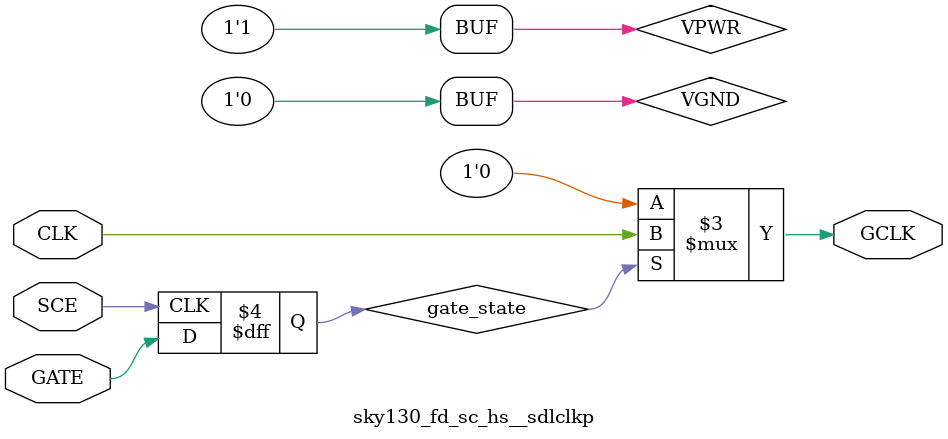
<source format=v>
module sky130_fd_sc_hs__sdlclkp (
    GCLK,
    GATE,
    CLK ,
    SCE
);

    output GCLK;
    input  GATE;
    input  CLK ;
    input  SCE ;

    // Voltage supply signals
    supply1 VPWR;
    supply0 VGND;

    reg gate_state;

    always @ (posedge SCE)
    begin
        gate_state <= GATE;
    end

    assign GCLK = (gate_state == 1'b1) ? CLK : 1'b0;

endmodule
</source>
